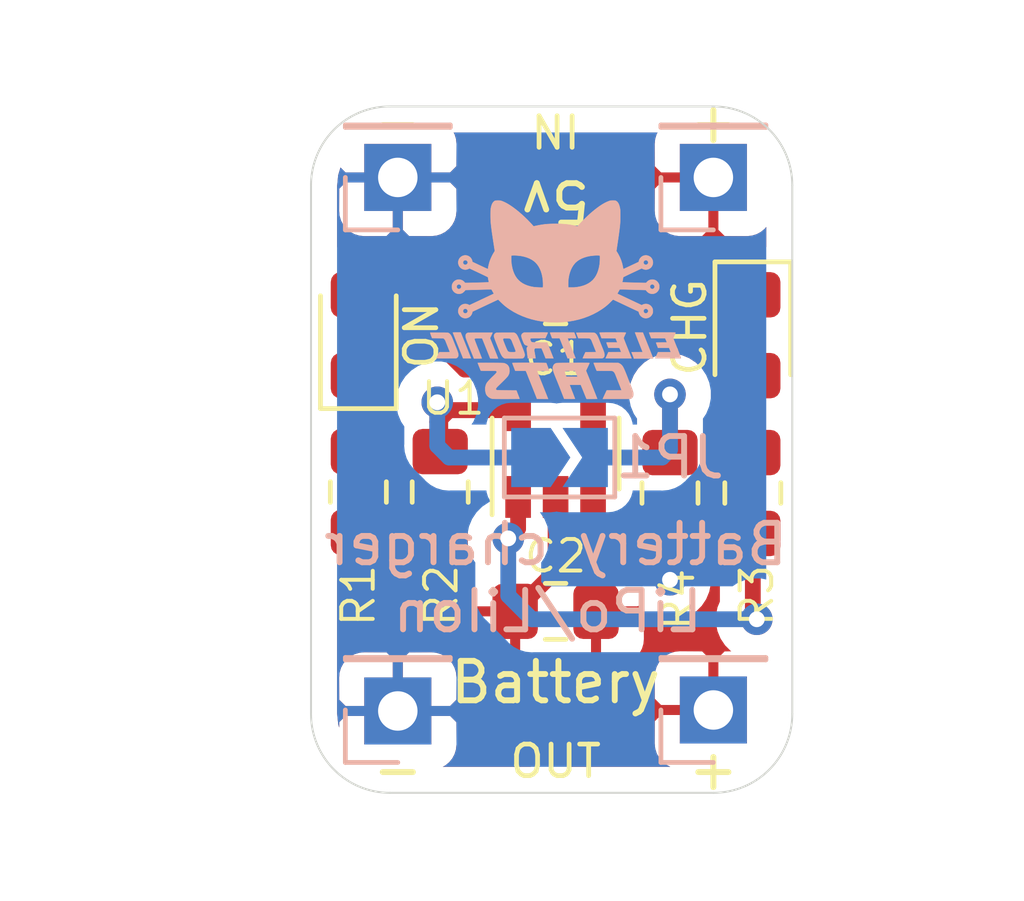
<source format=kicad_pcb>
(kicad_pcb (version 20221018) (generator pcbnew)
  (title_block (title "Battery charger") (date "2019-07-08") (rev "v0.2") (company "Electronic Cats") (comment 1 "Eduardo Contreras"))
  (layers (0 "F.Cu" signal) (31 "B.Cu" signal) (34 "B.Paste" user) (35 "F.Paste" user) (36 "B.SilkS" user "B.Silkscreen") (37 "F.SilkS" user "F.Silkscreen") (38 "B.Mask" user) (39 "F.Mask" user) (44 "Edge.Cuts" user))
  (net 0 "")
  (net 1 "GND")
  (net 2 "VCC")
  (net 3 "/batt")
  (net 4 "Net-(D1-Pad1)")
  (net 5 "Net-(D2-Pad2)")
  (net 6 "Net-(R3-Pad1)")
  (net 7 "Net-(JP1-Pad1)")
  (net 8 "Net-(JP1-Pad2)")
  (footprint "Capacitor_SMD:C_0805_2012Metric_Pad1.15x1.40mm_HandSolder" (layer "F.Cu") (at 135 94 180)
    (fp_text reference "C1" (at 0 -1.6 180) (layer "F.SilkS") (effects (font (size 0.8 0.8) (thickness 0.1))))
    (fp_text value "10uF")
    (pad "1" smd roundrect (at -1.025 0 180) (size 1.15 1.4) (layers "F.Cu" "F.Paste" "F.Mask") (roundrect_rratio 0.217391) (net 2 "VCC"))
    (pad "2" smd roundrect (at 1.025 0 180) (size 1.15 1.4) (layers "F.Cu" "F.Paste" "F.Mask") (roundrect_rratio 0.217391) (net 1 "GND"))
  )
  (footprint "Capacitor_SMD:C_0805_2012Metric_Pad1.15x1.40mm_HandSolder" (layer "F.Cu") (at 135 102 180)
    (fp_text reference "C2" (at 0 1.4) (layer "F.SilkS") (effects (font (size 0.8 0.8) (thickness 0.1))))
    (fp_text value "C")
    (pad "1" smd roundrect (at -1.025 0 180) (size 1.15 1.4) (layers "F.Cu" "F.Paste" "F.Mask") (roundrect_rratio 0.217391) (net 3 "/batt"))
    (pad "2" smd roundrect (at 1.025 0 180) (size 1.15 1.4) (layers "F.Cu" "F.Paste" "F.Mask") (roundrect_rratio 0.217391) (net 1 "GND"))
  )
  (footprint "Resistor_SMD:R_0805_2012Metric_Pad1.15x1.40mm_HandSolder" (layer "F.Cu") (at 130 98.975 -90)
    (fp_text reference "R1" (at 2.625 0 -90) (layer "F.SilkS") (effects (font (size 0.8 0.8) (thickness 0.1))))
    (fp_text value "330")
    (pad "1" smd roundrect (at -1.025 0 270) (size 1.15 1.4) (layers "F.Cu" "F.Paste" "F.Mask") (roundrect_rratio 0.217391) (net 4 "Net-(D1-Pad1)"))
    (pad "2" smd roundrect (at 1.025 0 270) (size 1.15 1.4) (layers "F.Cu" "F.Paste" "F.Mask") (roundrect_rratio 0.217391) (net 1 "GND"))
  )
  (footprint "Resistor_SMD:R_0805_2012Metric_Pad1.15x1.40mm_HandSolder" (layer "F.Cu") (at 132.075 98.975 90)
    (fp_text reference "R2" (at -2.625 0.025 90) (layer "F.SilkS") (effects (font (size 0.8 0.8) (thickness 0.1))))
    (fp_text value "10k")
    (pad "1" smd roundrect (at -1.025 0 90) (size 1.15 1.4) (layers "F.Cu" "F.Paste" "F.Mask") (roundrect_rratio 0.217391) (net 1 "GND"))
    (pad "2" smd roundrect (at 1.025 0 90) (size 1.15 1.4) (layers "F.Cu" "F.Paste" "F.Mask") (roundrect_rratio 0.217391) (net 7 "Net-(JP1-Pad1)"))
  )
  (footprint "Package_TO_SOT_SMD:SOT-23-5" (layer "F.Cu") (at 135 98 90)
    (fp_text reference "U1" (at 1.4 -2.6 180) (layer "F.SilkS") (effects (font (size 0.8 0.8) (thickness 0.1))))
    (fp_text value "MCP73831-2-OT")
    (pad "1" smd rect (at -1.1 -0.95 90) (size 1.06 0.65) (layers "F.Cu" "F.Paste" "F.Mask") (net 6 "Net-(R3-Pad1)"))
    (pad "2" smd rect (at -1.1 0 90) (size 1.06 0.65) (layers "F.Cu" "F.Paste" "F.Mask") (net 1 "GND"))
    (pad "3" smd rect (at -1.1 0.95 90) (size 1.06 0.65) (layers "F.Cu" "F.Paste" "F.Mask") (net 3 "/batt"))
    (pad "4" smd rect (at 1.1 0.95 90) (size 1.06 0.65) (layers "F.Cu" "F.Paste" "F.Mask") (net 2 "VCC"))
    (pad "5" smd rect (at 1.1 -0.95 90) (size 1.06 0.65) (layers "F.Cu" "F.Paste" "F.Mask") (net 7 "Net-(JP1-Pad1)"))
  )
  (footprint "Resistor_SMD:R_0805_2012Metric_Pad1.15x1.40mm_HandSolder" (layer "F.Cu") (at 140 99 90)
    (fp_text reference "R3" (at -2.6 0.1 90) (layer "F.SilkS") (effects (font (size 0.8 0.8) (thickness 0.1))))
    (fp_text value "1k")
    (pad "1" smd roundrect (at -1.025 0 90) (size 1.15 1.4) (layers "F.Cu" "F.Paste" "F.Mask") (roundrect_rratio 0.217391) (net 6 "Net-(R3-Pad1)"))
    (pad "2" smd roundrect (at 1.025 0 90) (size 1.15 1.4) (layers "F.Cu" "F.Paste" "F.Mask") (roundrect_rratio 0.217391) (net 5 "Net-(D2-Pad2)"))
  )
  (footprint "LED_SMD:LED_0805_2012Metric_Pad1.15x1.40mm_HandSolder" (layer "F.Cu") (at 130 95 90)
    (fp_text reference "D1")
    (fp_text value "LED")
    (pad "1" smd roundrect (at -1.025 0 90) (size 1.15 1.4) (layers "F.Cu" "F.Paste" "F.Mask") (roundrect_rratio 0.217391) (net 4 "Net-(D1-Pad1)"))
    (pad "2" smd roundrect (at 1.025 0 90) (size 1.15 1.4) (layers "F.Cu" "F.Paste" "F.Mask") (roundrect_rratio 0.217391) (net 2 "VCC"))
  )
  (footprint "LED_SMD:LED_0805_2012Metric_Pad1.15x1.40mm_HandSolder" (layer "F.Cu") (at 140 95 -90)
    (fp_text reference "D2")
    (fp_text value "LED")
    (pad "1" smd roundrect (at -1.025 0 270) (size 1.15 1.4) (layers "F.Cu" "F.Paste" "F.Mask") (roundrect_rratio 0.217391) (net 2 "VCC"))
    (pad "2" smd roundrect (at 1.025 0 270) (size 1.15 1.4) (layers "F.Cu" "F.Paste" "F.Mask") (roundrect_rratio 0.217391) (net 5 "Net-(D2-Pad2)"))
  )
  (footprint "Resistor_SMD:R_0805_2012Metric_Pad1.15x1.40mm_HandSolder" (layer "F.Cu") (at 137.9 99 90)
    (fp_text reference "R4" (at -2.7 0.2 90) (layer "F.SilkS") (effects (font (size 0.8 0.8) (thickness 0.1))))
    (fp_text value "2.5K")
    (pad "1" smd roundrect (at -1.025 0 90) (size 1.15 1.4) (layers "F.Cu" "F.Paste" "F.Mask") (roundrect_rratio 0.217391) (net 1 "GND"))
    (pad "2" smd roundrect (at 1.025 0 90) (size 1.15 1.4) (layers "F.Cu" "F.Paste" "F.Mask") (roundrect_rratio 0.217391) (net 8 "Net-(JP1-Pad2)"))
  )
  (footprint "Connector_PinHeader_2.54mm:PinHeader_1x01_P2.54mm_Vertical" (layer "B.Cu") (at 131 104.5)
    (fp_text reference "J4")
    (fp_text value "GND")
    (pad "1" thru_hole rect (at 0 0.025) (size 1.7 1.7) (drill 1) (layers "*.Cu" "*.Mask") (net 1 "GND"))
  )
  (footprint "Connector_PinHeader_2.54mm:PinHeader_1x01_P2.54mm_Vertical" (layer "B.Cu") (at 139 104.5)
    (fp_text reference "J3")
    (fp_text value "BAT")
    (pad "1" thru_hole rect (at 0 0) (size 1.7 1.7) (drill 1) (layers "*.Cu" "*.Mask") (net 3 "/batt"))
  )
  (footprint "Connector_PinHeader_2.54mm:PinHeader_1x01_P2.54mm_Vertical" (layer "B.Cu") (at 131 91)
    (fp_text reference "J2")
    (fp_text value "GND")
    (pad "1" thru_hole rect (at 0 0) (size 1.7 1.7) (drill 1) (layers "*.Cu" "*.Mask") (net 1 "GND"))
  )
  (footprint "Jumper:SolderJumper-2_P1.3mm_Open_TrianglePad1.0x1.5mm" (layer "B.Cu") (at 135.1 98.1)
    (fp_text reference "JP1" (at 2.8 0) (layer "B.SilkS") (effects (justify mirror)))
    (fp_text value "JP1")
    (pad "1" smd custom (at -0.725 0) (size 0.3 0.3) (layers "B.Cu" "B.Mask") (net 7 "Net-(JP1-Pad1)") (options (clearance outline) (anchor rect)) (primitives (gr_poly (pts (xy 1 0) (xy 0.5 0.75) (xy -0.5 0.75) (xy -0.5 -0.75) (xy 0.5 -0.75)) (width 0) (fill yes))))
    (pad "2" smd custom (at 0.725 0) (size 0.3 0.3) (layers "B.Cu" "B.Mask") (net 8 "Net-(JP1-Pad2)") (options (clearance outline) (anchor rect)) (primitives (gr_poly (pts (xy 0.5 0.75) (xy -0.65 0.75) (xy -0.15 0) (xy -0.65 -0.75) (xy 0.5 -0.75)) (width 0) (fill yes))))
  )
  (footprint "Aesthetics:electronic_cats_logo_4x3" (layer "B.Cu") (at 135 94.1 180)
    (fp_text reference "G***" hide)
    (fp_text value "LOGO" hide)
  )
  (footprint "Connector_PinHeader_2.54mm:PinHeader_1x01_P2.54mm_Vertical" (layer "B.Cu") (at 139 91)
    (fp_text reference "J1")
    (fp_text value "Vcc")
    (pad "1" thru_hole rect (at 0 0) (size 1.7 1.7) (drill 1) (layers "*.Cu" "*.Mask") (net 2 "VCC"))
  )
  (gr_line (start 128.8 104.6) (end 128.8 91.2) (stroke (width 0.05)) (layer "Edge.Cuts"))
  (gr_arc (start 139 89.2) (mid 140.414214 89.785786) (end 141 91.2) (stroke (width 0.05)) (layer "Edge.Cuts"))
  (gr_arc (start 128.8 91.2) (mid 129.385786 89.785786) (end 130.8 89.2) (stroke (width 0.05)) (layer "Edge.Cuts"))
  (gr_line (start 139 106.6) (end 130.8 106.6) (stroke (width 0.05)) (layer "Edge.Cuts"))
  (gr_line (start 141 91.2) (end 141 104.6) (stroke (width 0.05)) (layer "Edge.Cuts"))
  (gr_arc (start 141 104.6) (mid 140.414214 106.014214) (end 139 106.6) (stroke (width 0.05)) (layer "Edge.Cuts"))
  (gr_line (start 130.8 89.2) (end 139 89.2) (stroke (width 0.05)) (layer "Edge.Cuts"))
  (gr_arc (start 130.8 106.6) (mid 129.385786 106.014214) (end 128.8 104.6) (stroke (width 0.05)) (layer "Edge.Cuts"))
  (gr_text "Battery charger" (at 135 100.3) (layer "B.SilkS") (effects (font (size 1 1)) (justify mirror)))
  (gr_text "LiPo/LiIon" (at 134.8 102) (layer "B.SilkS") (effects (font (size 1 1)) (justify mirror)))
  (gr_text "+" (at 139 106) (layer "F.SilkS") (effects (font (size 1 1))))
  (gr_text "-" (at 131 106) (layer "F.SilkS") (effects (font (size 1 1))))
  (gr_text "+" (at 139 89.6) (layer "F.SilkS") (effects (font (size 1 1))))
  (gr_text "5v" (at 135 91.6 180) (layer "F.SilkS") (effects (font (size 1 1))))
  (gr_text "IN\n" (at 135 89.8 180) (layer "F.SilkS") (effects (font (size 0.8 0.8) (thickness 0.12))))
  (gr_text "CHG" (at 138.4 94.8 90) (layer "F.SilkS") (effects (font (size 0.8 0.8) (thickness 0.12))))
  (gr_text "-" (at 131 89.6) (layer "F.SilkS") (effects (font (size 1 1))))
  (gr_text "ON" (at 131.6 95 90) (layer "F.SilkS") (effects (font (size 0.8 0.8) (thickness 0.12))))
  (gr_text "OUT" (at 135 105.8) (layer "F.SilkS") (effects (font (size 0.8 0.8) (thickness 0.12))))
  (gr_text "Battery" (at 135 103.8) (layer "F.SilkS") (effects (font (size 1 1))))
  (segment (start 135 99.1) (end 135 100.975) (width 0.4) (layer "F.Cu") (net 1))
  (segment (start 135 100.975) (end 133.975 102) (width 0.4) (layer "F.Cu") (net 1))
  (segment (start 137.9 100.025) (end 137.9 101.2) (width 0.4) (layer "F.Cu") (net 1))
  (via (at 137.9 101.2) (size 0.8) (drill 0.4) (layers "F.Cu" "B.Cu") (net 1))
  (segment (start 132.694999 95.869999) (end 135.849999 95.869999) (width 0.4) (layer "F.Cu") (net 2))
  (segment (start 135.849999 95.869999) (end 135.95 95.97) (width 0.4) (layer "F.Cu") (net 2))
  (segment (start 135.95 96.9) (end 135.95 95.97) (width 0.4) (layer "F.Cu") (net 2))
  (segment (start 130 93.975) (end 131.675 93.975) (width 0.4) (layer "F.Cu") (net 2))
  (segment (start 132.1625 94.4625) (end 132.1625 95.3375) (width 0.4) (layer "F.Cu") (net 2))
  (segment (start 132.1625 95.3375) (end 132.694999 95.869999) (width 0.4) (layer "F.Cu") (net 2))
  (segment (start 131.675 93.975) (end 132.1625 94.4625) (width 0.4) (layer "F.Cu") (net 2))
  (segment (start 130 96.025) (end 130 97.95) (width 0.4) (layer "F.Cu") (net 4))
  (segment (start 140 97.975) (end 140 96.025) (width 0.4) (layer "F.Cu") (net 5))
  (segment (start 140 100.025) (end 140 102.1) (width 0.4) (layer "F.Cu") (net 6))
  (segment (start 134.05 99.1) (end 134.05 99.9) (width 0.4) (layer "F.Cu") (net 6))
  (segment (start 134.05 99.9) (end 133.8 100.15) (width 0.4) (layer "F.Cu") (net 6))
  (segment (start 140 102.1) (end 140.1 102.2) (width 0.4) (layer "F.Cu") (net 6))
  (via (at 133.8 100.15) (size 0.8) (drill 0.4) (layers "F.Cu" "B.Cu") (net 6))
  (via (at 140.1 102.2) (size 0.8) (drill 0.4) (layers "F.Cu" "B.Cu") (net 6))
  (segment (start 134.4 102.2) (end 133.8 101.6) (width 0.4) (layer "B.Cu") (net 6))
  (segment (start 140.1 102.2) (end 134.4 102.2) (width 0.4) (layer "B.Cu") (net 6))
  (segment (start 133.8 100.15) (end 133.8 101.6) (width 0.4) (layer "B.Cu") (net 6))
  (segment (start 132 97.875) (end 132.075 97.95) (width 0.4) (layer "F.Cu") (net 7))
  (segment (start 132.075 97.95) (end 132.075 97.025) (width 0.4) (layer "F.Cu") (net 7))
  (segment (start 132.2 96.9) (end 132 96.7) (width 0.4) (layer "F.Cu") (net 7))
  (segment (start 132 96.7) (end 132 97.2) (width 0.4) (layer "F.Cu") (net 7))
  (segment (start 132 97.2) (end 132.3 96.9) (width 0.4) (layer "F.Cu") (net 7))
  (segment (start 132.075 97.95) (end 132.075 96.775) (width 0.4) (layer "F.Cu") (net 7))
  (segment (start 132 97.2) (end 132 97.875) (width 0.4) (layer "F.Cu") (net 7))
  (segment (start 132 96.6) (end 132 96.7) (width 0.4) (layer "F.Cu") (net 7))
  (segment (start 132.3 96.9) (end 132 96.6) (width 0.4) (layer "F.Cu") (net 7))
  (segment (start 133.2 96.9) (end 132.2 96.9) (width 0.4) (layer "F.Cu") (net 7))
  (segment (start 134.05 96.9) (end 133.2 96.9) (width 0.4) (layer "F.Cu") (net 7))
  (segment (start 132.075 97.025) (end 132.2 96.9) (width 0.4) (layer "F.Cu") (net 7))
  (segment (start 132.075 96.775) (end 132 96.7) (width 0.4) (layer "F.Cu") (net 7))
  (segment (start 133.2 96.9) (end 132.3 96.9) (width 0.4) (layer "F.Cu") (net 7))
  (via (at 132 96.7) (size 0.8) (drill 0.4) (layers "F.Cu" "B.Cu") (net 7))
  (segment (start 132 97.8) (end 132 96.7) (width 0.4) (layer "B.Cu") (net 7))
  (segment (start 132.3 98.1) (end 132 97.8) (width 0.4) (layer "B.Cu") (net 7))
  (segment (start 134.375 98.1) (end 132.3 98.1) (width 0.4) (layer "B.Cu") (net 7))
  (segment (start 137.9 97.975) (end 137.9 96.5) (width 0.4) (layer "F.Cu") (net 8))
  (via (at 137.9 96.5) (size 0.8) (drill 0.4) (layers "F.Cu" "B.Cu") (net 8))
  (segment (start 137.9 96.5) (end 137.9 97.9) (width 0.4) (layer "B.Cu") (net 8))
  (segment (start 137.7 98.1) (end 135.87501 98.1) (width 0.4) (layer "B.Cu") (net 8))
  (segment (start 137.9 97.9) (end 137.7 98.1) (width 0.4) (layer "B.Cu") (net 8))
  (zone (net 1) (net_name "GND") (layer "F.Cu") (connect_pads (clearance 0.508)) (min_thickness 0.254) (fill yes (thermal_gap 0.508) (thermal_bridge_width 0.508))
    (polygon (pts (xy 127.6 87.6) (xy 134.7 88) (xy 134.7 95.5) (xy 132 95.5) (xy 132 95) (xy 128 95)))
  )
  (zone (net 3) (net_name "/batt") (layer "F.Cu") (connect_pads (clearance 0.508)) (min_thickness 0.254) (fill yes (thermal_gap 0.508) (thermal_bridge_width 0.508))
    (polygon (pts (xy 135.2 108.5) (xy 142 108.5) (xy 142 98) (xy 135.6 98) (xy 135.5 98) (xy 135.5 100.7) (xy 135.2 100.7)))
  )
  (zone (net 2) (net_name "VCC") (layer "F.Cu") (connect_pads (clearance 0.508)) (min_thickness 0.254) (fill yes (thermal_gap 0.508) (thermal_bridge_width 0.508))
    (polygon (pts (xy 135.2 88) (xy 141.6 87.8) (xy 142 97) (xy 135.2 97)))
  )
  (zone (net 1) (net_name "GND") (layer "F.Cu") (connect_pads (clearance 0.508)) (min_thickness 0.254) (fill yes (thermal_gap 0.508) (thermal_bridge_width 0.508))
    (polygon (pts (xy 128.6 99.2) (xy 134.5 99.2) (xy 134.5 106.8) (xy 128.6 106.8)))
  )
  (zone (net 1) (net_name "GND") (layer "B.Cu") (connect_pads (clearance 0.508)) (min_thickness 0.254) (fill yes (thermal_gap 0.508) (thermal_bridge_width 0.508))
    (polygon (pts (xy 127.8 87.75) (xy 141.8 87.75) (xy 141.8 108.25) (xy 127.8 108.25)))
  )
)
</source>
